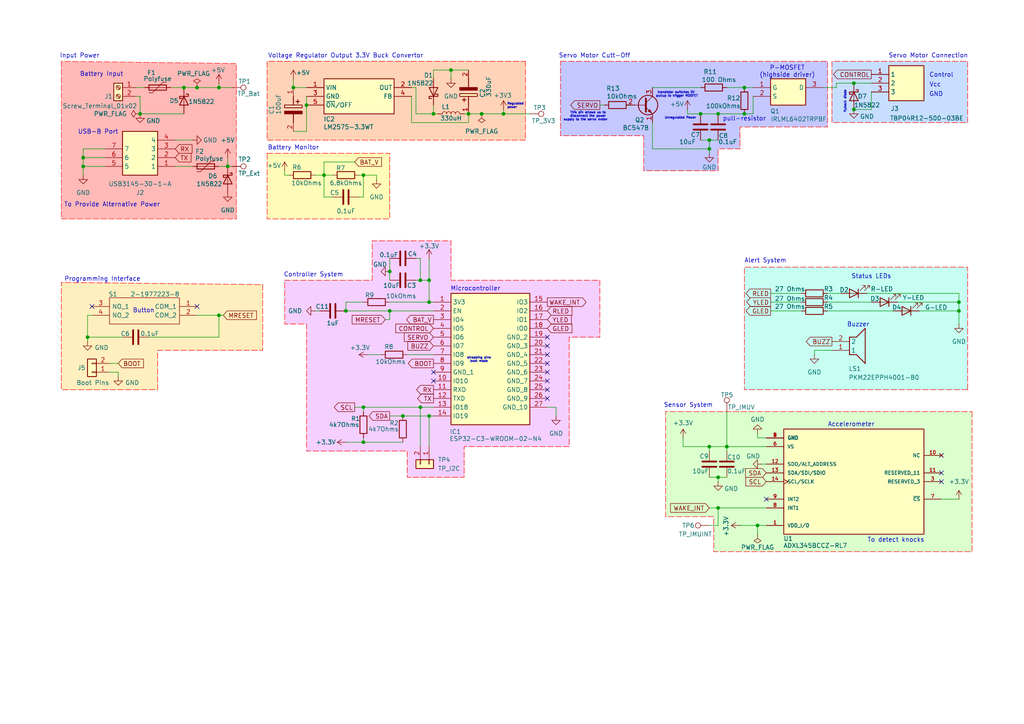
<source format=kicad_sch>
(kicad_sch (version 20250114) (generator "eeschema") (generator_version "9.0")
  (paper "A4")
  (title_block (title "KnockLockSchematic") (date "2025-11-02") (rev "2.1") (company "HSRW") (comment 1 "Group 04"))
  (text "Voltage Regulator Output 3.3V Buck Convertor\n" (at 77.724 16.256 0) (effects (font (size 1.27 1.27)) (justify left)))
  (text "Vcc\n" (at 271.272 24.638 0) (effects (font (size 1.27 1.27))))
  (text "Battery Input" (at 29.464 21.59 0) (effects (font (size 1.27 1.27))))
  (text "P-MOSFET\n(highside driver)\n" (at 228.346 20.828 0) (effects (font (size 1.27 1.27))))
  (text "Controller System\n\n" (at 90.932 80.772 0) (effects (font (size 1.27 1.27))))
  (text "To detect knocks" (at 259.842 156.718 0) (effects (font (size 1.27 1.27))))
  (text "Control\n" (at 273.05 21.844 0) (effects (font (size 1.27 1.27))))
  (text "Button" (at 41.656 90.17 0) (effects (font (size 1.27 1.27))))
  (text "Programming Interface" (at 29.718 81.026 0) (effects (font (size 1.27 1.27))))
  (text "flyback diode" (at 245.11 29.464 90) (effects (font (size 0.635 0.635))))
  (text "strapping pins\nboot mode" (at 138.938 104.394 0) (effects (font (size 0.635 0.635))))
  (text "Unregulated Power" (at 197.358 34.29 0) (effects (font (size 0.635 0.635))))
  (text "Servo Motor Cutt-Off\n" (at 172.466 16.256 0) (effects (font (size 1.27 1.27))))
  (text "Regulated \npower" (at 147.066 30.734 0) (effects (font (size 0.635 0.635)) (justify left)))
  (text "Sensor System" (at 199.644 117.602 0) (effects (font (size 1.27 1.27))))
  (text "GND\n" (at 271.526 27.432 0) (effects (font (size 1.27 1.27))))
  (text "Buzzer\n" (at 248.92 94.234 0) (effects (font (size 1.27 1.27))))
  (text "transistor switches 5V \npullup to trigger MOSFET" (at 196.342 27.432 0) (effects (font (size 0.635 0.635))))
  (text "Alert System" (at 221.996 75.692 0) (effects (font (size 1.27 1.27))))
  (text "Servo Motor Connection\n" (at 269.24 16.256 0) (effects (font (size 1.27 1.27))))
  (text "This pin allows us to \ndisconnect the power \nsupply to the servo motor" (at 176.276 33.782 0) (effects (font (size 0.635 0.635)) (justify right)))
  (text "Input Power" (at 23.114 16.256 0) (effects (font (size 1.27 1.27))))
  (text "Microcontroller" (at 137.922 83.82 0) (effects (font (size 1.27 1.27))))
  (text "Accelerometer" (at 246.888 123.19 0) (effects (font (size 1.27 1.27))))
  (text "Battery Monitor" (at 85.09 42.926 0) (effects (font (size 1.27 1.27))))
  (text "Status LEDs" (at 252.73 80.264 0) (effects (font (size 1.27 1.27))))
  (text "To Provide Alternative Power" (at 32.512 59.436 0) (effects (font (size 1.27 1.27))))
  (text "USB-B Port" (at 28.448 38.354 0) (effects (font (size 1.27 1.27))))
  (text "pull-resistor" (at 215.9 34.544 0) (effects (font (size 1.27 1.27))))
  (junction (at 116.84 120.65))
  (junction (at 278.13 87.63))
  (junction (at 57.15 25.4))
  (junction (at 40.64 33.02))
  (junction (at 139.7 33.02))
  (junction (at 121.92 81.28))
  (junction (at 24.13 48.26))
  (junction (at 208.28 33.02))
  (junction (at 105.41 128.27))
  (junction (at 219.71 152.4))
  (junction (at 88.9 30.48))
  (junction (at 124.46 81.28))
  (junction (at 85.09 25.4))
  (junction (at 247.65 31.75))
  (junction (at 66.04 48.26))
  (junction (at 208.28 138.43))
  (junction (at 105.41 50.8))
  (junction (at 63.5 91.44))
  (junction (at 278.13 90.17))
  (junction (at 105.41 118.11))
  (junction (at 24.13 45.72))
  (junction (at 25.4 97.79))
  (junction (at 146.05 33.02))
  (junction (at 93.98 50.8))
  (junction (at 63.5 25.4))
  (junction (at 130.81 20.32))
  (junction (at 100.33 90.17))
  (junction (at 203.2 33.02))
  (junction (at 113.03 78.74))
  (junction (at 113.03 90.17))
  (junction (at 121.92 118.11))
  (junction (at 124.46 87.63))
  (junction (at 135.89 33.02))
  (junction (at 208.28 147.32))
  (junction (at 215.9 25.4))
  (junction (at 205.74 43.18))
  (junction (at 205.74 129.54))
  (junction (at 125.73 33.02))
  (junction (at 210.82 129.54))
  (junction (at 247.65 24.13))
  (junction (at 205.74 40.64))
  (junction (at 124.46 120.65))
  (junction (at 53.34 25.4))
  (junction (at 215.9 33.02))
  (no_connect (at 158.75 97.79))
  (no_connect (at 158.75 110.49))
  (no_connect (at 26.67 88.9))
  (no_connect (at 273.05 137.16))
  (no_connect (at 158.75 113.03))
  (no_connect (at 125.73 107.95))
  (no_connect (at 158.75 102.87))
  (no_connect (at 125.73 110.49))
  (no_connect (at 273.05 132.08))
  (no_connect (at 158.75 105.41))
  (no_connect (at 158.75 100.33))
  (no_connect (at 158.75 107.95))
  (no_connect (at 57.15 88.9))
  (no_connect (at 222.25 144.78))
  (no_connect (at 273.05 139.7))
  (no_connect (at 158.75 115.57))
  (wire (pts (xy 25.4 97.79) (xy 35.56 97.79)))
  (wire (pts (xy 199.39 31.75) (xy 199.39 33.02)))
  (wire (pts (xy 63.5 25.4) (xy 63.5 24.13)))
  (wire (pts (xy 208.28 138.43) (xy 208.28 139.7)))
  (wire (pts (xy 240.03 85.09) (xy 243.84 85.09)))
  (wire (pts (xy 189.23 35.56) (xy 189.23 43.18)))
  (wire (pts (xy 113.03 90.17) (xy 125.73 90.17)))
  (wire (pts (xy 121.92 81.28) (xy 124.46 81.28)))
  (wire (pts (xy 215.9 25.4) (xy 218.44 25.4)))
  (wire (pts (xy 139.7 33.02) (xy 146.05 33.02)))
  (wire (pts (xy 121.92 118.11) (xy 125.73 118.11)))
  (wire (pts (xy 205.74 44.45) (xy 205.74 43.18)))
  (wire (pts (xy 85.09 38.1) (xy 88.9 38.1)))
  (wire (pts (xy 57.15 25.4) (xy 63.5 25.4)))
  (wire (pts (xy 181.61 30.48) (xy 182.88 30.48)))
  (wire (pts (xy 104.14 57.15) (xy 105.41 57.15)))
  (wire (pts (xy 208.28 138.43) (xy 210.82 138.43)))
  (wire (pts (xy 125.73 20.32) (xy 130.81 20.32)))
  (wire (pts (xy 26.67 91.44) (xy 25.4 91.44)))
  (wire (pts (xy 100.33 87.63) (xy 100.33 90.17)))
  (wire (pts (xy 40.64 33.02) (xy 53.34 33.02)))
  (wire (pts (xy 102.87 118.11) (xy 105.41 118.11)))
  (wire (pts (xy 24.13 43.18) (xy 30.48 43.18)))
  (wire (pts (xy 120.65 25.4) (xy 120.65 33.02)))
  (wire (pts (xy 105.41 127) (xy 105.41 128.27)))
  (wire (pts (xy 40.64 27.94) (xy 40.64 33.02)))
  (wire (pts (xy 242.57 24.13) (xy 247.65 24.13)))
  (wire (pts (xy 113.03 120.65) (xy 116.84 120.65)))
  (wire (pts (xy 252.73 31.75) (xy 247.65 31.75)))
  (wire (pts (xy 173.99 30.48) (xy 175.26 30.48)))
  (wire (pts (xy 82.55 49.53) (xy 82.55 50.8)))
  (wire (pts (xy 242.57 24.13) (xy 242.57 25.4)))
  (wire (pts (xy 24.13 45.72) (xy 24.13 48.26)))
  (wire (pts (xy 215.9 33.02) (xy 218.44 33.02)))
  (wire (pts (xy 25.4 97.79) (xy 25.4 99.06)))
  (wire (pts (xy 135.89 33.02) (xy 135.89 35.56)))
  (wire (pts (xy 198.12 127) (xy 198.12 129.54)))
  (wire (pts (xy 273.05 144.78) (xy 278.13 144.78)))
  (wire (pts (xy 205.74 147.32) (xy 208.28 147.32)))
  (wire (pts (xy 43.18 97.79) (xy 63.5 97.79)))
  (wire (pts (xy 64.77 91.44) (xy 63.5 91.44)))
  (wire (pts (xy 100.33 90.17) (xy 113.03 90.17)))
  (wire (pts (xy 119.38 35.56) (xy 135.89 35.56)))
  (wire (pts (xy 205.74 152.4) (xy 208.28 152.4)))
  (wire (pts (xy 203.2 33.02) (xy 208.28 33.02)))
  (wire (pts (xy 105.41 119.38) (xy 105.41 118.11)))
  (wire (pts (xy 24.13 45.72) (xy 30.48 45.72)))
  (wire (pts (xy 113.03 74.93) (xy 113.03 78.74)))
  (wire (pts (xy 189.23 43.18) (xy 205.74 43.18)))
  (wire (pts (xy 266.7 90.17) (xy 278.13 90.17)))
  (wire (pts (xy 67.31 48.26) (xy 66.04 48.26)))
  (wire (pts (xy 205.74 129.54) (xy 210.82 129.54)))
  (wire (pts (xy 208.28 147.32) (xy 222.25 147.32)))
  (wire (pts (xy 219.71 125.73) (xy 219.71 127)))
  (wire (pts (xy 161.29 118.11) (xy 161.29 120.65)))
  (wire (pts (xy 199.39 33.02) (xy 203.2 33.02)))
  (wire (pts (xy 124.46 81.28) (xy 124.46 87.63)))
  (wire (pts (xy 104.14 50.8) (xy 105.41 50.8)))
  (wire (pts (xy 53.34 25.4) (xy 57.15 25.4)))
  (wire (pts (xy 130.81 20.32) (xy 130.81 22.86)))
  (wire (pts (xy 39.37 25.4) (xy 41.91 25.4)))
  (wire (pts (xy 135.89 33.02) (xy 139.7 33.02)))
  (wire (pts (xy 100.33 128.27) (xy 105.41 128.27)))
  (wire (pts (xy 125.73 30.48) (xy 125.73 33.02)))
  (wire (pts (xy 251.46 85.09) (xy 278.13 85.09)))
  (wire (pts (xy 31.75 107.95) (xy 34.29 107.95)))
  (wire (pts (xy 102.87 46.99) (xy 93.98 46.99)))
  (wire (pts (xy 63.5 91.44) (xy 63.5 97.79)))
  (wire (pts (xy 210.82 130.81) (xy 210.82 129.54)))
  (wire (pts (xy 125.73 20.32) (xy 125.73 22.86)))
  (wire (pts (xy 219.71 152.4) (xy 222.25 152.4)))
  (wire (pts (xy 205.74 130.81) (xy 205.74 129.54)))
  (wire (pts (xy 91.44 50.8) (xy 93.98 50.8)))
  (wire (pts (xy 118.11 102.87) (xy 125.73 102.87)))
  (wire (pts (xy 124.46 120.65) (xy 124.46 129.54)))
  (wire (pts (xy 119.38 27.94) (xy 119.38 35.56)))
  (wire (pts (xy 24.13 48.26) (xy 30.48 48.26)))
  (wire (pts (xy 113.03 87.63) (xy 124.46 87.63)))
  (wire (pts (xy 210.82 119.38) (xy 210.82 129.54)))
  (wire (pts (xy 120.65 33.02) (xy 125.73 33.02)))
  (wire (pts (xy 67.31 25.4) (xy 63.5 25.4)))
  (wire (pts (xy 222.25 127) (xy 219.71 127)))
  (wire (pts (xy 223.52 90.17) (xy 232.41 90.17)))
  (wire (pts (xy 105.41 118.11) (xy 121.92 118.11)))
  (wire (pts (xy 130.81 20.32) (xy 135.89 20.32)))
  (wire (pts (xy 278.13 93.98) (xy 278.13 90.17)))
  (wire (pts (xy 121.92 81.28) (xy 121.92 74.93)))
  (wire (pts (xy 34.29 107.95) (xy 34.29 109.22)))
  (wire (pts (xy 124.46 74.93) (xy 124.46 81.28)))
  (wire (pts (xy 63.5 91.44) (xy 57.15 91.44)))
  (wire (pts (xy 146.05 31.75) (xy 146.05 33.02)))
  (wire (pts (xy 63.5 48.26) (xy 66.04 48.26)))
  (wire (pts (xy 24.13 48.26) (xy 24.13 50.8)))
  (wire (pts (xy 88.9 38.1) (xy 88.9 30.48)))
  (wire (pts (xy 85.09 22.86) (xy 85.09 25.4)))
  (wire (pts (xy 214.63 152.4) (xy 219.71 152.4)))
  (wire (pts (xy 120.65 81.28) (xy 121.92 81.28)))
  (wire (pts (xy 124.46 87.63) (xy 125.73 87.63)))
  (wire (pts (xy 105.41 128.27) (xy 116.84 128.27)))
  (wire (pts (xy 127 33.02) (xy 125.73 33.02)))
  (wire (pts (xy 34.29 105.41) (xy 31.75 105.41)))
  (wire (pts (xy 124.46 120.65) (xy 125.73 120.65)))
  (wire (pts (xy 198.12 129.54) (xy 205.74 129.54)))
  (wire (pts (xy 93.98 46.99) (xy 93.98 50.8)))
  (wire (pts (xy 93.98 57.15) (xy 93.98 50.8)))
  (wire (pts (xy 210.82 25.4) (xy 215.9 25.4)))
  (wire (pts (xy 88.9 27.94) (xy 88.9 30.48)))
  (wire (pts (xy 93.98 50.8) (xy 96.52 50.8)))
  (wire (pts (xy 109.22 50.8) (xy 109.22 52.07)))
  (wire (pts (xy 260.35 87.63) (xy 278.13 87.63)))
  (wire (pts (xy 50.8 40.64) (xy 55.88 40.64)))
  (wire (pts (xy 91.44 90.17) (xy 92.71 90.17)))
  (wire (pts (xy 24.13 43.18) (xy 24.13 45.72)))
  (wire (pts (xy 189.23 25.4) (xy 203.2 25.4)))
  (wire (pts (xy 218.44 33.02) (xy 218.44 27.94)))
  (wire (pts (xy 208.28 33.02) (xy 215.9 33.02)))
  (wire (pts (xy 223.52 85.09) (xy 232.41 85.09)))
  (wire (pts (xy 96.52 57.15) (xy 93.98 57.15)))
  (wire (pts (xy 153.67 33.02) (xy 146.05 33.02)))
  (wire (pts (xy 205.74 40.64) (xy 208.28 40.64)))
  (wire (pts (xy 278.13 87.63) (xy 278.13 90.17)))
  (wire (pts (xy 25.4 91.44) (xy 25.4 97.79)))
  (wire (pts (xy 100.33 87.63) (xy 105.41 87.63)))
  (wire (pts (xy 105.41 50.8) (xy 109.22 50.8)))
  (wire (pts (xy 241.3 101.6) (xy 236.22 101.6)))
  (wire (pts (xy 113.03 81.28) (xy 113.03 78.74)))
  (wire (pts (xy 242.57 25.4) (xy 238.76 25.4)))
  (wire (pts (xy 106.68 102.87) (xy 110.49 102.87)))
  (wire (pts (xy 105.41 57.15) (xy 105.41 50.8)))
  (wire (pts (xy 158.75 118.11) (xy 161.29 118.11)))
  (wire (pts (xy 121.92 118.11) (xy 121.92 129.54)))
  (wire (pts (xy 205.74 43.18) (xy 205.74 40.64)))
  (wire (pts (xy 135.89 33.02) (xy 134.62 33.02)))
  (wire (pts (xy 220.98 134.62) (xy 222.25 134.62)))
  (wire (pts (xy 66.04 45.72) (xy 66.04 48.26)))
  (wire (pts (xy 252.73 26.67) (xy 252.73 31.75)))
  (wire (pts (xy 49.53 25.4) (xy 53.34 25.4)))
  (wire (pts (xy 40.64 27.94) (xy 39.37 27.94)))
  (wire (pts (xy 208.28 152.4) (xy 208.28 147.32)))
  (wire (pts (xy 240.03 87.63) (xy 252.73 87.63)))
  (wire (pts (xy 236.22 101.6) (xy 236.22 102.87)))
  (wire (pts (xy 210.82 129.54) (xy 222.25 129.54)))
  (wire (pts (xy 85.09 25.4) (xy 88.9 25.4)))
  (wire (pts (xy 113.03 92.71) (xy 113.03 90.17)))
  (wire (pts (xy 119.38 25.4) (xy 120.65 25.4)))
  (wire (pts (xy 111.76 92.71) (xy 113.03 92.71)))
  (wire (pts (xy 223.52 87.63) (xy 232.41 87.63)))
  (wire (pts (xy 219.71 152.4) (xy 219.71 154.94)))
  (wire (pts (xy 208.28 138.43) (xy 205.74 138.43)))
  (wire (pts (xy 247.65 24.13) (xy 252.73 24.13)))
  (wire (pts (xy 82.55 50.8) (xy 83.82 50.8)))
  (wire (pts (xy 203.2 40.64) (xy 205.74 40.64)))
  (wire (pts (xy 278.13 85.09) (xy 278.13 87.63)))
  (wire (pts (xy 50.8 48.26) (xy 55.88 48.26)))
  (wire (pts (xy 120.65 74.93) (xy 121.92 74.93)))
  (wire (pts (xy 240.03 90.17) (xy 259.08 90.17)))
  (wire (pts (xy 116.84 120.65) (xy 124.46 120.65)))
  (global_label "RLED" (shape input) (at 158.75 90.17 0) (property "Intersheetrefs" "${INTERSHEET_REFS}" (effects (hide yes))))
  (global_label "SERVO" (shape output) (at 173.99 30.48 180) (property "Intersheetrefs" "${INTERSHEET_REFS}" (effects (hide yes))))
  (global_label "BAT_V" (shape output) (at 125.73 92.71 180) (property "Intersheetrefs" "${INTERSHEET_REFS}" (effects (hide yes))))
  (global_label "SCL" (shape input) (at 222.25 139.7 180) (property "Intersheetrefs" "${INTERSHEET_REFS}" (effects (hide yes))))
  (global_label "WAKE_INT" (shape input) (at 205.74 147.32 180) (property "Intersheetrefs" "${INTERSHEET_REFS}" (effects (hide yes))))
  (global_label "RX" (shape output) (at 125.73 113.03 180) (property "Intersheetrefs" "${INTERSHEET_REFS}" (effects (hide yes))))
  (global_label "SERVO" (shape input) (at 125.73 97.79 180) (property "Intersheetrefs" "${INTERSHEET_REFS}" (effects (hide yes))))
  (global_label "CONTROL" (shape input) (at 125.73 95.25 180) (property "Intersheetrefs" "${INTERSHEET_REFS}" (effects (hide yes))))
  (global_label "MRESET" (shape input) (at 111.76 92.71 180) (property "Intersheetrefs" "${INTERSHEET_REFS}" (effects (hide yes))))
  (global_label "YLED" (shape input) (at 158.75 92.71 0) (property "Intersheetrefs" "${INTERSHEET_REFS}" (effects (hide yes))))
  (global_label "RLED" (shape output) (at 223.52 85.09 180) (property "Intersheetrefs" "${INTERSHEET_REFS}" (effects (hide yes))))
  (global_label "TX" (shape input) (at 50.8 45.72 0) (property "Intersheetrefs" "${INTERSHEET_REFS}" (effects (hide yes))))
  (global_label "BOOT" (shape output) (at 125.73 105.41 180) (property "Intersheetrefs" "${INTERSHEET_REFS}" (effects (hide yes))))
  (global_label "SDA" (shape output) (at 113.03 120.65 180) (property "Intersheetrefs" "${INTERSHEET_REFS}" (effects (hide yes))))
  (global_label "TX" (shape output) (at 125.73 115.57 180) (property "Intersheetrefs" "${INTERSHEET_REFS}" (effects (hide yes))))
  (global_label "YLED" (shape output) (at 223.52 87.63 180) (property "Intersheetrefs" "${INTERSHEET_REFS}" (effects (hide yes))))
  (global_label "WAKE_INT" (shape output) (at 158.75 87.63 0) (property "Intersheetrefs" "${INTERSHEET_REFS}" (effects (hide yes))))
  (global_label "BOOT" (shape input) (at 34.29 105.41 0) (property "Intersheetrefs" "${INTERSHEET_REFS}" (effects (hide yes))))
  (global_label "SDA" (shape input) (at 222.25 137.16 180) (property "Intersheetrefs" "${INTERSHEET_REFS}" (effects (hide yes))))
  (global_label "GLED" (shape input) (at 158.75 95.25 0) (property "Intersheetrefs" "${INTERSHEET_REFS}" (effects (hide yes))))
  (global_label "MRESET" (shape input) (at 64.77 91.44 0) (property "Intersheetrefs" "${INTERSHEET_REFS}" (effects (hide yes))))
  (global_label "BUZZ" (shape output) (at 241.3 99.06 180) (property "Intersheetrefs" "${INTERSHEET_REFS}" (effects (hide yes))))
  (global_label "BUZZ" (shape input) (at 125.73 100.33 180) (property "Intersheetrefs" "${INTERSHEET_REFS}" (effects (hide yes))))
  (global_label "GLED" (shape output) (at 223.52 90.17 180) (property "Intersheetrefs" "${INTERSHEET_REFS}" (effects (hide yes))))
  (global_label "RX" (shape input) (at 50.8 43.18 0) (property "Intersheetrefs" "${INTERSHEET_REFS}" (effects (hide yes))))
  (global_label "BAT_V" (shape input) (at 102.87 46.99 0) (property "Intersheetrefs" "${INTERSHEET_REFS}" (effects (hide yes))))
  (global_label "SCL" (shape output) (at 102.87 118.11 180) (property "Intersheetrefs" "${INTERSHEET_REFS}" (effects (hide yes))))
  (global_label "CONTROL" (shape output) (at 252.73 21.59 180) (property "Intersheetrefs" "${INTERSHEET_REFS}" (effects (hide yes))))
  (rule_area (polyline (pts (xy 17.78 17.78) (xy 17.78 63.5) (xy 68.58 63.5) (xy 68.58 18.415)) (stroke (width 0) (type dash) (color 255 29 29 1)) (fill (type color) (color 255 23 12 0.3))))
  (rule_area (polyline (pts (xy 241.3 17.78) (xy 241.3 35.56) (xy 280.67 35.56) (xy 280.67 17.78)) (stroke (width 0) (type dash)) (fill (type color) (color 74 147 255 0.3019607843))))
  (rule_area (polyline (pts (xy 162.56 17.78) (xy 240.03 17.78) (xy 240.03 36.83) (xy 214.63 36.83) (xy 214.63 43.18) (xy 208.28 43.18) (xy 208.28 49.53) (xy 186.69 49.53) (xy 186.69 39.37) (xy 162.56 39.37)) (stroke (width 0) (type dash)) (fill (type color) (color 60 67 255 0.3))))
  (rule_area (polyline (pts (xy 281.94 119.38) (xy 281.94 160.02) (xy 207.01 160.02) (xy 207.01 149.86) (xy 193.04 149.86) (xy 193.04 119.38)) (stroke (width 0) (type dash)) (fill (type color) (color 138 255 90 0.3))))
  (rule_area (polyline (pts (xy 82.55 81.28) (xy 107.95 81.28) (xy 107.95 69.85) (xy 130.81 69.85) (xy 130.81 81.28) (xy 173.99 81.28) (xy 173.99 97.79) (xy 165.1 97.79) (xy 165.1 129.54) (xy 134.62 129.54) (xy 134.62 138.43) (xy 118.11 138.43) (xy 118.11 130.81) (xy 88.9 130.81) (xy 88.9 129.54) (xy 88.9 93.98) (xy 82.55 93.98)) (stroke (width 0) (type dash)) (fill (type color) (color 217 94 255 0.3))))
  (rule_area (polyline (pts (xy 77.47 44.45) (xy 113.03 44.45) (xy 113.03 63.5) (xy 77.47 63.5)) (stroke (width 0) (type dash)) (fill (type color) (color 255 240 18 0.3))))
  (rule_area (polyline (pts (xy 76.2 82.55) (xy 76.2 101.6) (xy 45.72 101.6) (xy 45.72 113.03) (xy 17.78 113.03) (xy 17.78 113.03) (xy 17.78 81.915)) (stroke (width 0) (type dash)) (fill (type color) (color 255 196 39 0.3))))
  (rule_area (polyline (pts (xy 280.67 113.03) (xy 215.9 113.03) (xy 215.9 77.47) (xy 280.67 77.47)) (stroke (width 0) (type dash)) (fill (type color) (color 66 255 212 0.3))))
  (rule_area (polyline (pts (xy 152.4 17.78) (xy 152.4 40.64) (xy 77.47 40.64) (xy 77.47 17.78)) (stroke (width 0) (type dash)) (fill (type color) (color 255 109 17 0.3))))
  (symbol (lib_id "power:GND") (at 278.13 93.98 0) (unit 1)
    (property "Reference" "#PWR024" (effects (hide yes)))
    (property "Value" "GND" (at 278.13 99.06 0))
    (property "Description" "Power symbol creates a global label with name \"GND\" , ground" (effects (hide yes)))
  )
  (symbol (lib_id "SamacSys_Parts:EEU-FC1C101H") (at 85.09 25.4 270) (unit 1)
    (property "Reference" "C1" (at 78.74 30.48 0) (effects (justify left)))
    (property "Value" "100uF" (at 80.772 27.178 0) (effects (justify left)))
    (property "Footprint" "SamacSys_Parts:CAPPRD250W55D630H1220" (effects (hide yes)))
    (property "Datasheet" "http://industrial.panasonic.com/cdbs/www-data/pdf/RDF0000/ABA0000C1209.pdf" (effects (hide yes)))
    (property "Description" "Aluminium Electrolytic Capacitor, Radial Lead, AEC-Q200, 105?C" (effects (hide yes)))
    (property "Height" "12.2" (effects (hide yes)))
    (property "Mouser Part Number" "667-EEU-FC1C101H" (effects (hide yes)))
    (property "Mouser Price/Stock" "https://www.mouser.co.uk/ProductDetail/Panasonic/EEU-FC1C101H?qs=%2FC1U95aQ15szP%252BXx0reJVg%3D%3D" (effects (hide yes)))
    (property "Manufacturer_Name" "Panasonic" (effects (hide yes)))
    (property "Manufacturer_Part_Number" "EEU-FC1C101H" (effects (hide yes)))
  )
  (symbol (lib_id "Device:C") (at 210.82 134.62 180) (unit 1)
    (property "Reference" "C10" (at 212.852 132.588 0))
    (property "Value" "0.1uF" (at 213.614 136.652 0))
    (property "Footprint" "Capacitor_THT:C_Rect_L4.0mm_W2.5mm_P2.50mm" (effects (hide yes)))
    (property "Description" "Unpolarized capacitor" (effects (hide yes)))
  )
  (symbol (lib_id "power:+3.3V") (at 198.12 127 0) (unit 1)
    (property "Reference" "#PWR026" (effects (hide yes)))
    (property "Value" "+3.3V" (at 198.12 122.682 0))
    (property "Description" "Power symbol creates a global label with name \"+3.3V\"" (effects (hide yes)))
  )
  (symbol (lib_id "power:GND") (at 91.44 90.17 270) (unit 1)
    (property "Reference" "#PWR08" (effects (hide yes)))
    (property "Value" "GND" (at 87.63 90.1699 90) (effects (justify right)))
    (property "Description" "Power symbol creates a global label with name \"GND\" , ground" (effects (hide yes)))
  )
  (symbol (lib_id "Transistor_BJT:2N3904") (at 186.69 30.48 0) (unit 1)
    (property "Reference" "Q2" (at 184.15 34.798 0) (effects (justify left)))
    (property "Value" "BC547B" (at 180.594 37.084 0) (effects (justify left)))
    (property "Footprint" "Package_TO_SOT_THT:TO-92_HandSolder" (effects (hide yes)))
    (property "Datasheet" "https://www.onsemi.com/pub/Collateral/2N3903-D.PDF" (effects (hide yes)))
    (property "Description" "0.2A Ic, 40V Vce, Small Signal NPN Transistor, TO-92" (effects (hide yes)))
  )
  (symbol (lib_id "Device:R") (at 236.22 90.17 90) (unit 1)
    (property "Reference" "R5" (at 240.284 88.9 90))
    (property "Value" "27 Ohms" (at 229.108 88.9 90))
    (property "Footprint" "SamacSys_Parts:RESAD1590W60L630D240" (effects (hide yes)))
    (property "Description" "Resistor" (effects (hide yes)))
  )
  (symbol (lib_id "SamacSys_Parts:TBP04R12-500-03BE") (at 252.73 21.59 0) (unit 1)
    (property "Reference" "J3" (at 258.318 31.496 0) (effects (justify left)))
    (property "Value" "TBP04R12-500-03BE" (at 258.064 34.29 0) (effects (justify left)))
    (property "Footprint" "SamacSys_Parts:TBP04R1250003BE" (effects (hide yes)))
    (property "Datasheet" "https://www.sameskydevices.com/product/resource/tbp04r12-500.pdf" (effects (hide yes)))
    (property "Description" "3 Position Terminal Block Header, Male Pins, Shrouded (4 Side) 0.197\" (5.00mm) 90, Right Angle Through Hole" (effects (hide yes)))
    (property "Height" "8.8" (effects (hide yes)))
    (property "Mouser Part Number" "179-TBP04R12-50003BE" (effects (hide yes)))
    (property "Mouser Price/Stock" "https://www.mouser.co.uk/ProductDetail/CUI-Devices/TBP04R12-500-03BE?qs=TCDPyi3sCW0NaxY6tKwPhA%3D%3D" (effects (hide yes)))
    (property "Manufacturer_Name" "Same Sky" (effects (hide yes)))
    (property "Manufacturer_Part_Number" "TBP04R12-500-03BE" (effects (hide yes)))
  )
  (symbol (lib_id "power:GND") (at 25.4 99.06 0) (unit 1)
    (property "Reference" "#PWR032" (effects (hide yes)))
    (property "Value" "GND" (at 29.464 100.838 0))
    (property "Description" "Power symbol creates a global label with name \"GND\" , ground" (effects (hide yes)))
  )
  (symbol (lib_id "Device:Polyfuse") (at 45.72 25.4 90) (unit 1)
    (property "Reference" "F1" (at 43.942 21.082 90))
    (property "Value" "Polyfuse" (at 45.72 22.86 90))
    (property "Footprint" "Fuse:Fuse_BelFuse_0ZRE0012FF_L8.3mm_W3.8mm" (effects (hide yes)))
    (property "Description" "Resettable fuse, polymeric positive temperature coefficient" (effects (hide yes)))
  )
  (symbol (lib_id "Connector_Generic:Conn_01x02") (at 124.46 134.62 270) (unit 1)
    (property "Reference" "TP4" (at 127 133.3499 90) (effects (justify left)))
    (property "Value" "TP_I2C" (at 127 135.8899 90) (effects (justify left)))
    (property "Footprint" "Connector_PinHeader_2.54mm:PinHeader_1x02_P2.54mm_Vertical" (effects (hide yes)))
    (property "Description" "Generic connector, single row, 01x02, script generated (kicad-library-utils/schlib/autogen/connector/)" (effects (hide yes)))
  )
  (symbol (lib_id "power:GND") (at 109.22 52.07 0) (unit 1)
    (property "Reference" "#PWR07" (effects (hide yes)))
    (property "Value" "GND" (at 109.22 57.15 0))
    (property "Description" "Power symbol creates a global label with name \"GND\" , ground" (effects (hide yes)))
  )
  (symbol (lib_id "power:GND") (at 219.71 125.73 180) (unit 1)
    (property "Reference" "#PWR025" (effects (hide yes)))
    (property "Value" "GND" (at 219.71 121.666 0))
    (property "Description" "Power symbol creates a global label with name \"GND\" , ground" (effects (hide yes)))
  )
  (symbol (lib_id "power:GND") (at 24.13 50.8 0) (unit 1)
    (property "Reference" "#PWR09" (effects (hide yes)))
    (property "Value" "GND" (at 24.13 55.88 0))
    (property "Description" "Power symbol creates a global label with name \"GND\" , ground" (effects (hide yes)))
  )
  (symbol (lib_id "SamacSys_Parts:USB3145-30-1-A") (at 50.8 48.26 180) (unit 1)
    (property "Reference" "J2" (at 40.64 55.88 0))
    (property "Value" "USB3145-30-1-A" (at 40.64 53.34 0))
    (property "Footprint" "SamacSys_Parts:USB3145301A" (effects (hide yes)))
    (property "Datasheet" "https://gct.co/connector/usb3145" (effects (hide yes)))
    (property "Description" "GCT (GLOBAL CONNECTOR TECHNOLOGY) - USB3145-30-1-A - MICRO USB, 2.0 TYPE B, RECEPTACLE, TH" (effects (hide yes)))
    (property "Mouser Part Number" "640-USB3145-30-1-A" (effects (hide yes)))
    (property "Mouser Price/Stock" "https://www.mouser.co.uk/ProductDetail/GCT/USB3145-30-1-A?qs=KUoIvG%2F9IlYD1lvSRu5iyg%3D%3D" (effects (hide yes)))
    (property "Manufacturer_Name" "GCT (GLOBAL CONNECTOR TECHNOLOGY)" (effects (hide yes)))
    (property "Manufacturer_Part_Number" "USB3145-30-1-A" (effects (hide yes)))
  )
  (symbol (lib_id "SamacSys_Parts:PKM22EPPH4001-B0") (at 241.3 99.06 0) (unit 1)
    (property "Reference" "LS1" (at 246.126 106.934 0) (effects (justify left)))
    (property "Value" "PKM22EPPH4001-B0" (at 246.126 109.474 0) (effects (justify left)))
    (property "Footprint" "SamacSys_Parts:PKM22EPPH4001B0" (effects (hide yes)))
    (property "Datasheet" "https://www.murata.com/products/productdata/8801054064670/SPEC-PKM22EPPH4001-B0.pdf?1517839211000" (effects (hide yes)))
    (property "Description" "Buzzers Transducer, Externally Driven Piezo 1.5 V 4kHz 75dB @ 1.5V, 10cm Through Hole PC Pins" (effects (hide yes)))
    (property "Height" "10.7" (effects (hide yes)))
    (property "Mouser Part Number" "81-PKM22EPPH4001-B0" (effects (hide yes)))
    (property "Mouser Price/Stock" "https://www.mouser.co.uk/ProductDetail/Murata-Electronics/PKM22EPPH4001-B0?qs=flZjIlU0hx2Fke4m2iZ9MA%3D%3D" (effects (hide yes)))
    (property "Manufacturer_Name" "Murata Electronics" (effects (hide yes)))
    (property "Manufacturer_Part_Number" "PKM22EPPH4001-B0" (effects (hide yes)))
  )
  (symbol (lib_id "Connector:TestPoint") (at 205.74 152.4 90) (unit 1)
    (property "Reference" "TP6" (at 199.644 152.4 90))
    (property "Value" "TP_IMUINT" (at 201.676 154.94 90))
    (property "Footprint" "Connector_PinSocket_2.54mm:PinSocket_1x01_P2.54mm_Vertical" (effects (hide yes)))
    (property "Description" "test point" (effects (hide yes)))
  )
  (symbol (lib_id "power:+5V") (at 63.5 24.13 0) (unit 1)
    (property "Reference" "#PWR04" (effects (hide yes)))
    (property "Value" "+5V" (at 63.246 20.32 0))
    (property "Description" "Power symbol creates a global label with name \"+5V\"" (effects (hide yes)))
  )
  (symbol (lib_id "Device:LED") (at 247.65 85.09 180) (unit 1)
    (property "Reference" "D2" (at 244.856 84.074 0))
    (property "Value" "R-LED" (at 255.778 83.82 0))
    (property "Footprint" "LED_THT:LED_D3.0mm" (effects (hide yes)))
    (property "Description" "Light emitting diode" (effects (hide yes)))
    (property "Sim.Pins" "1=K 2=A" (effects (hide yes)))
  )
  (symbol (lib_id "Device:R") (at 207.01 25.4 90) (unit 1)
    (property "Reference" "R11" (at 205.994 20.828 90))
    (property "Value" "100 Ohms" (at 208.534 23.114 90))
    (property "Footprint" "SamacSys_Parts:RESAD1590W60L630D240" (effects (hide yes)))
    (property "Description" "Resistor" (effects (hide yes)))
  )
  (symbol (lib_id "Device:LED") (at 256.54 87.63 180) (unit 1)
    (property "Reference" "D3" (at 253.746 86.614 0))
    (property "Value" "Y-LED" (at 264.922 86.36 0))
    (property "Footprint" "LED_THT:LED_D3.0mm" (effects (hide yes)))
    (property "Description" "Light emitting diode" (effects (hide yes)))
    (property "Sim.Pins" "1=K 2=A" (effects (hide yes)))
  )
  (symbol (lib_id "power:+3.3V") (at 214.63 152.4 90) (unit 1)
    (property "Reference" "#PWR027" (effects (hide yes)))
    (property "Value" "+3.3V" (at 210.566 152.654 0))
    (property "Description" "Power symbol creates a global label with name \"+3.3V\"" (effects (hide yes)))
  )
  (symbol (lib_id "Device:C") (at 205.74 134.62 180) (unit 1)
    (property "Reference" "C9" (at 204.216 132.334 0))
    (property "Value" "10uF" (at 203.2 136.652 0))
    (property "Footprint" "Capacitor_THT:C_Radial_D5.0mm_H11.0mm_P2.00mm" (effects (hide yes)))
    (property "Description" "Unpolarized capacitor" (effects (hide yes)))
  )
  (symbol (lib_id "power:+3.3V") (at 278.13 144.78 0) (unit 1)
    (property "Reference" "#PWR028" (effects (hide yes)))
    (property "Value" "+3.3V" (at 278.13 139.7 0))
    (property "Description" "Power symbol creates a global label with name \"+3.3V\"" (effects (hide yes)))
  )
  (symbol (lib_id "Device:R") (at 87.63 50.8 90) (unit 1)
    (property "Reference" "R6" (at 86.106 48.514 90))
    (property "Value" "10kOhms" (at 88.9 53.086 90))
    (property "Footprint" "SamacSys_Parts:RESAD1590W60L630D240" (effects (hide yes)))
    (property "Description" "Resistor" (effects (hide yes)))
  )
  (symbol (lib_id "Diode:1N5822") (at 247.65 27.94 270) (unit 1)
    (property "Reference" "D7" (at 251.46 27.94 90) (effects (justify right)))
    (property "Value" "1N5822" (at 255.27 30.48 90) (effects (justify right)))
    (property "Footprint" "Diode_THT:D_DO-201AD_P15.24mm_Horizontal" (effects (hide yes)))
    (property "Datasheet" "http://www.vishay.com/docs/88526/1n5820.pdf" (effects (hide yes)))
    (property "Description" "40V 3A Schottky Barrier Rectifier Diode, DO-201AD" (effects (hide yes)))
  )
  (symbol (lib_id "Device:R") (at 105.41 123.19 180) (unit 1)
    (property "Reference" "R1" (at 103.124 121.412 0))
    (property "Value" "4k7Ohms" (at 99.822 123.19 0))
    (property "Footprint" "SamacSys_Parts:RESAD1590W60L630D240" (effects (hide yes)))
    (property "Description" "Resistor" (effects (hide yes)))
  )
  (symbol (lib_id "Device:R") (at 179.07 30.48 90) (unit 1)
    (property "Reference" "R13" (at 177.8 25.654 90))
    (property "Value" "10kOhms" (at 180.34 27.94 90))
    (property "Footprint" "SamacSys_Parts:RESAD1590W60L630D240" (effects (hide yes)))
    (property "Description" "Resistor" (effects (hide yes)))
  )
  (symbol (lib_id "Device:R") (at 100.33 50.8 90) (unit 1)
    (property "Reference" "R7" (at 98.806 48.768 90))
    (property "Value" "6.8kOhms" (at 100.33 53.086 90))
    (property "Footprint" "SamacSys_Parts:RESAD1590W60L630D240" (effects (hide yes)))
    (property "Description" "Resistor" (effects (hide yes)))
  )
  (symbol (lib_id "SamacSys_Parts:IRLML6402TRPBF") (at 218.44 25.4 0) (unit 1)
    (property "Reference" "Q1" (at 224.79 32.258 0))
    (property "Value" "IRLML6402TRPBF" (at 231.648 34.544 0))
    (property "Footprint" "SamacSys_Parts:SOT95P237X112-3N" (effects (hide yes)))
    (property "Datasheet" "http://www.infineon.com/dgdl/irlml6402pbf.pdf?fileId=5546d462533600a401535668d5c2263c" (effects (hide yes)))
    (property "Description" "MOSFET MOSFT P-Ch -3.7A 65mOhm 8nC Log Lvl" (effects (hide yes)))
    (property "Height" "1.12" (effects (hide yes)))
    (property "Mouser Part Number" "942-IRLML6402TRPBF" (effects (hide yes)))
    (property "Mouser Price/Stock" "https://www.mouser.co.uk/ProductDetail/Infineon-Technologies/IRLML6402TRPBF?qs=9%252BKlkBgLFf0HuZuONx2Ewg%3D%3D" (effects (hide yes)))
    (property "Manufacturer_Name" "Infineon" (effects (hide yes)))
    (property "Manufacturer_Part_Number" "IRLML6402TRPBF" (effects (hide yes)))
  )
  (symbol (lib_id "Device:C") (at 116.84 81.28 90) (unit 1)
    (property "Reference" "C3" (at 119.38 82.804 90))
    (property "Value" "10uF" (at 113.538 82.804 90))
    (property "Footprint" "Capacitor_THT:C_Radial_D5.0mm_H11.0mm_P2.00mm" (effects (hide yes)))
    (property "Description" "Unpolarized capacitor" (effects (hide yes)))
  )
  (symbol (lib_id "Device:C") (at 39.37 97.79 90) (unit 1)
    (property "Reference" "C6" (at 36.322 96.774 90))
    (property "Value" "0.1uF" (at 43.434 96.774 90))
    (property "Footprint" "Capacitor_THT:C_Rect_L4.0mm_W2.5mm_P2.50mm" (effects (hide yes)))
    (property "Description" "Unpolarized capacitor" (effects (hide yes)))
  )
  (symbol (lib_id "SamacSys_Parts:LM2575-3.3WT") (at 88.9 25.4 0) (unit 1)
    (property "Reference" "IC2" (at 95.504 34.544 0))
    (property "Value" "LM2575-3.3WT" (at 101.092 36.83 0))
    (property "Footprint" "SamacSys_Parts:LM257533WT" (effects (hide yes)))
    (property "Datasheet" "https://ww1.microchip.com/downloads/en/DeviceDoc/lm2575.pdf" (effects (hide yes)))
    (property "Description" "Switching Voltage Regulators 1A Step-Down SMPS Regulator" (effects (hide yes)))
    (property "Height" "15.113" (effects (hide yes)))
    (property "Mouser Part Number" "998-LM2575-3.3WT" (effects (hide yes)))
    (property "Mouser Price/Stock" "https://www.mouser.co.uk/ProductDetail/Microchip-Technology/LM2575-3.3WT?qs=kh6iOki%2FeLFAZSEMjMNbiQ%3D%3D" (effects (hide yes)))
    (property "Manufacturer_Name" "Microchip" (effects (hide yes)))
    (property "Manufacturer_Part_Number" "LM2575-3.3WT" (effects (hide yes)))
  )
  (symbol (lib_id "power:GND") (at 247.65 31.75 0) (unit 1)
    (property "Reference" "#PWR015" (effects (hide yes)))
    (property "Value" "GND" (at 251.46 33.782 0))
    (property "Description" "Power symbol creates a global label with name \"GND\" , ground" (effects (hide yes)))
  )
  (symbol (lib_id "Connector:TestPoint") (at 153.67 33.02 270) (unit 1)
    (property "Reference" "TP3" (at 154.686 31.242 90) (effects (justify left)))
    (property "Value" "TP_3V3" (at 154.178 35.052 90) (effects (justify left)))
    (property "Footprint" "TestPoint:TestPoint_Pad_D1.5mm" (effects (hide yes)))
    (property "Description" "test point" (effects (hide yes)))
  )
  (symbol (lib_id "2-1977223-8:2-1977223-8") (at 26.67 88.9 0) (unit 1)
    (property "Reference" "S1" (at 32.766 85.344 0))
    (property "Value" "2-1977223-8" (at 44.958 85.344 0))
    (property "Footprint" "2-1977223-8:219772238" (effects (hide yes)))
    (property "Datasheet" "https://www.te.com/en/product-2-1977223-8.html" (effects (hide yes)))
    (property "Description" "Tactile Switches 6MM ACTSMT 160gf TACT SWITCH" (effects (hide yes)))
    (property "Description_1" "Tactile Switches 6MM ACTSMT 160gf TACT SWITCH" (effects (hide yes)))
    (property "Height" "13.35" (effects (hide yes)))
    (property "Mouser Part Number" "506-2-1977223-8" (effects (hide yes)))
    (property "Mouser Price/Stock" "https://www.mouser.co.uk/ProductDetail/TE-Connectivity-PB/2-1977223-8?qs=WwRK9Mn48WC%252B3bZnlicO2g%3D%3D" (effects (hide yes)))
    (property "Manufacturer_Name" "TE Connectivity" (effects (hide yes)))
    (property "Manufacturer_Part_Number" "2-1977223-8" (effects (hide yes)))
  )
  (symbol (lib_id "Connector:TestPoint") (at 67.31 25.4 270) (unit 1)
    (property "Reference" "TP1" (at 69.088 23.622 90) (effects (justify left)))
    (property "Value" "TP_Bat" (at 68.834 27.178 90) (effects (justify left)))
    (property "Footprint" "TestPoint:TestPoint_Pad_D1.5mm" (effects (hide yes)))
    (property "Description" "test point" (effects (hide yes)))
  )
  (symbol (lib_id "power:+3.3V") (at 106.68 102.87 90) (unit 1)
    (property "Reference" "#PWR031" (effects (hide yes)))
    (property "Value" "+3.3V" (at 104.394 100.838 90))
    (property "Description" "Power symbol creates a global label with name \"+3.3V\"" (effects (hide yes)))
  )
  (symbol (lib_id "power:GND") (at 161.29 120.65 0) (unit 1)
    (property "Reference" "#PWR014" (effects (hide yes)))
    (property "Value" "GND" (at 161.29 125.73 0))
    (property "Description" "Power symbol creates a global label with name \"GND\" , ground" (effects (hide yes)))
  )
  (symbol (lib_id "Device:R") (at 215.9 29.21 0) (unit 1)
    (property "Reference" "R12" (at 210.82 28.448 0) (effects (justify left)))
    (property "Value" "100kOhms" (at 204.724 30.734 0) (effects (justify left)))
    (property "Footprint" "SamacSys_Parts:RESAD1590W60L630D240" (effects (hide yes)))
    (property "Description" "Resistor" (effects (hide yes)))
  )
  (symbol (lib_id "power:GND") (at 205.74 44.45 0) (unit 1)
    (property "Reference" "#PWR016" (effects (hide yes)))
    (property "Value" "GND" (at 205.74 48.514 0))
    (property "Description" "Power symbol creates a global label with name \"GND\" , ground" (effects (hide yes)))
  )
  (symbol (lib_id "power:GND") (at 40.64 33.02 0) (unit 1)
    (property "Reference" "#PWR01" (effects (hide yes)))
    (property "Value" "GND" (at 44.45 35.052 0))
    (property "Description" "Power symbol creates a global label with name \"GND\" , ground" (effects (hide yes)))
  )
  (symbol (lib_id "Diode:1N5822") (at 125.73 26.67 90) (unit 1)
    (property "Reference" "D1" (at 122.936 21.844 90) (effects (justify right)))
    (property "Value" "1N5822" (at 118.11 24.13 90) (effects (justify right)))
    (property "Footprint" "Diode_THT:D_DO-201AD_P15.24mm_Horizontal" (effects (hide yes)))
    (property "Datasheet" "http://www.vishay.com/docs/88526/1n5820.pdf" (effects (hide yes)))
    (property "Description" "40V 3A Schottky Barrier Rectifier Diode, DO-201AD" (effects (hide yes)))
  )
  (symbol (lib_id "Device:Polyfuse") (at 59.69 48.26 90) (unit 1)
    (property "Reference" "F2" (at 57.912 43.942 90))
    (property "Value" "Polyfuse" (at 60.706 45.974 90))
    (property "Footprint" "Fuse:Fuse_BelFuse_0ZRE0012FF_L8.3mm_W3.8mm" (effects (hide yes)))
    (property "Description" "Resettable fuse, polymeric positive temperature coefficient" (effects (hide yes)))
  )
  (symbol (lib_id "power:GND") (at 66.04 55.88 0) (unit 1)
    (property "Reference" "#PWR02" (effects (hide yes)))
    (property "Value" "GND" (at 66.04 60.96 0))
    (property "Description" "Power symbol creates a global label with name \"GND\" , ground" (effects (hide yes)))
  )
  (symbol (lib_id "power:PWR_FLAG") (at 40.64 33.02 90) (unit 1)
    (property "Reference" "#FLG05" (effects (hide yes)))
    (property "Value" "PWR_FLAG" (at 36.83 33.0199 90) (effects (justify left)))
    (property "Description" "Special symbol for telling ERC where power comes from" (effects (hide yes)))
  )
  (symbol (lib_id "ADXL345BCCZ-RL7:ADXL345BCCZ-RL7") (at 247.65 139.7 180) (unit 1)
    (property "Reference" "U1" (at 228.6 156.21 0))
    (property "Value" "ADXL345BCCZ-RL7" (at 236.474 158.242 0))
    (property "Footprint" "ADXL345BCCZ-RL7:PQFN80P500X300X100-14N" (effects (hide yes)))
    (property "MF" "Analog Devices" (effects (hide yes)))
    (property "SNAPEDA_PACKAGE_ID" "105924" (effects (hide yes)))
    (property "MAXIMUM_PACKAGE_HEIGHT" "1 mm" (effects (hide yes)))
    (property "Price" "None" (effects (hide yes)))
    (property "Package" "LGA -14 Analog Devices" (effects (hide yes)))
    (property "Check_prices" "https://www.snapeda.com/parts/ADXL345BCCZ-RL7/Analog+Devices/view-part/?ref=eda" (effects (hide yes)))
    (property "STANDARD" "IPC 7351B" (effects (hide yes)))
    (property "PARTREV" "B" (effects (hide yes)))
    (property "SnapEDA_Link" "https://www.snapeda.com/parts/ADXL345BCCZ-RL7/Analog+Devices/view-part/?ref=snap" (effects (hide yes)))
    (property "MP" "ADXL345BCCZ-RL7" (effects (hide yes)))
    (property "Description_1" "3-Axis, ±2 g/±4 g/±8 g/±16 g Digital Accelerometer" (effects (hide yes)))
    (property "MANUFACTURER" "Analog Devices" (effects (hide yes)))
    (property "Availability" "In Stock" (effects (hide yes)))
    (property "SNAPEDA_PN" "ADXL345BCCZ-RL7" (effects (hide yes)))
  )
  (symbol (lib_id "Device:C") (at 208.28 36.83 180) (unit 1)
    (property "Reference" "C8" (at 209.804 39.37 0))
    (property "Value" "0.1uF" (at 211.074 41.148 0))
    (property "Footprint" "Capacitor_THT:C_Rect_L4.0mm_W2.5mm_P2.50mm" (effects (hide yes)))
    (property "Description" "Unpolarized capacitor" (effects (hide yes)))
  )
  (symbol (lib_id "Connector_Generic:Conn_01x02") (at 26.67 107.95 180) (unit 1)
    (property "Reference" "J5" (at 23.622 106.68 0))
    (property "Value" "Boot Pins" (at 26.924 110.998 0))
    (property "Footprint" "Connector_PinHeader_2.54mm:PinHeader_1x02_P2.54mm_Vertical" (effects (hide yes)))
    (property "Description" "Generic connector, single row, 01x02, script generated (kicad-library-utils/schlib/autogen/connector/)" (effects (hide yes)))
  )
  (symbol (lib_id "Device:R") (at 116.84 124.46 180) (unit 1)
    (property "Reference" "R2" (at 114.3 122.682 0))
    (property "Value" "4k7Ohms" (at 111.252 124.46 0))
    (property "Footprint" "SamacSys_Parts:RESAD1590W60L630D240" (effects (hide yes)))
    (property "Description" "Resistor" (effects (hide yes)))
  )
  (symbol (lib_id "Connector:TestPoint") (at 210.82 119.38 0) (unit 1)
    (property "Reference" "TP5" (at 209.042 114.554 0) (effects (justify left)))
    (property "Value" "TP_IMUV" (at 211.074 118.11 0) (effects (justify left)))
    (property "Footprint" "TestPoint:TestPoint_Pad_D1.5mm" (effects (hide yes)))
    (property "Description" "test point" (effects (hide yes)))
  )
  (symbol (lib_id "power:+3V3") (at 146.05 31.75 0) (unit 1)
    (property "Reference" "#PWR021" (effects (hide yes)))
    (property "Value" "+3V3" (at 145.796 27.686 0))
    (property "Description" "Power symbol creates a global label with name \"+3V3\"" (effects (hide yes)))
  )
  (symbol (lib_id "Device:C") (at 116.84 74.93 90) (unit 1)
    (property "Reference" "C4" (at 119.634 73.66 90))
    (property "Value" "0.1uF" (at 112.776 73.914 90))
    (property "Footprint" "Capacitor_THT:C_Rect_L4.0mm_W2.5mm_P2.50mm" (effects (hide yes)))
    (property "Description" "Unpolarized capacitor" (effects (hide yes)))
  )
  (symbol (lib_id "power:+5V") (at 85.09 22.86 0) (unit 1)
    (property "Reference" "#PWR017" (effects (hide yes)))
    (property "Value" "+5V" (at 87.884 21.082 0))
    (property "Description" "Power symbol creates a global label with name \"+5V\"" (effects (hide yes)))
  )
  (symbol (lib_id "Device:C") (at 203.2 36.83 180) (unit 1)
    (property "Reference" "C7" (at 201.676 39.116 0))
    (property "Value" "10uF" (at 199.39 41.148 0))
    (property "Footprint" "Capacitor_THT:C_Radial_D5.0mm_H11.0mm_P2.00mm" (effects (hide yes)))
    (property "Description" "Unpolarized capacitor" (effects (hide yes)))
  )
  (symbol (lib_id "power:PWR_FLAG") (at 219.71 154.94 180) (unit 1)
    (property "Reference" "#FLG01" (effects (hide yes)))
    (property "Value" "PWR_FLAG" (at 219.71 158.75 0))
    (property "Description" "Special symbol for telling ERC where power comes from" (effects (hide yes)))
  )
  (symbol (lib_id "power:GND") (at 34.29 109.22 0) (unit 1)
    (property "Reference" "#PWR011" (effects (hide yes)))
    (property "Value" "GND" (at 38.354 110.998 0))
    (property "Description" "Power symbol creates a global label with name \"GND\" , ground" (effects (hide yes)))
  )
  (symbol (lib_id "power:GND") (at 208.28 139.7 0) (unit 1)
    (property "Reference" "#PWR05" (effects (hide yes)))
    (property "Value" "GND" (at 214.122 141.732 0) (effects (justify right)))
    (property "Description" "Power symbol creates a global label with name \"GND\" , ground" (effects (hide yes)))
  )
  (symbol (lib_id "Device:C") (at 100.33 57.15 90) (unit 1)
    (property "Reference" "C5" (at 97.028 55.88 90))
    (property "Value" "0.1uF" (at 100.33 61.214 90))
    (property "Footprint" "Capacitor_THT:C_Rect_L4.0mm_W2.5mm_P2.50mm" (effects (hide yes)))
    (property "Description" "Unpolarized capacitor" (effects (hide yes)))
  )
  (symbol (lib_id "ScrewTerminalHSRW:Screw_Terminal_01x02") (at 34.29 27.94 180) (unit 1)
    (property "Reference" "J1" (at 31.496 27.94 0))
    (property "Value" "Screw_Terminal_01x02" (at 28.956 30.734 0))
    (property "Footprint" "TerminalBlock:TerminalBlock_bornier-2_P5.08mm" (effects (hide yes)))
    (property "Description" "Generic screw terminal, single row, 01x02, script generated (kicad-library-utils/schlib/autogen/connector/)" (effects (hide yes)))
  )
  (symbol (lib_id "power:GND") (at 220.98 134.62 270) (unit 1)
    (property "Reference" "#PWR06" (effects (hide yes)))
    (property "Value" "GND" (at 220.472 132.334 90) (effects (justify right)))
    (property "Description" "Power symbol creates a global label with name \"GND\" , ground" (effects (hide yes)))
  )
  (symbol (lib_id "power:+5V") (at 199.39 31.75 0) (unit 1)
    (property "Reference" "#PWR020" (effects (hide yes)))
    (property "Value" "+5V" (at 196.342 30.226 0))
    (property "Description" "Power symbol creates a global label with name \"+5V\"" (effects (hide yes)))
  )
  (symbol (lib_id "Device:R") (at 236.22 85.09 90) (unit 1)
    (property "Reference" "R3" (at 240.284 83.82 90))
    (property "Value" "27 Ohms" (at 229.108 83.82 90))
    (property "Footprint" "SamacSys_Parts:RESAD1590W60L630D240" (effects (hide yes)))
    (property "Description" "Resistor" (effects (hide yes)))
  )
  (symbol (lib_id "power:+5V") (at 82.55 49.53 0) (unit 1)
    (property "Reference" "#PWR023" (effects (hide yes)))
    (property "Value" "+5V" (at 79.502 48.006 0))
    (property "Description" "Power symbol creates a global label with name \"+5V\"" (effects (hide yes)))
  )
  (symbol (lib_id "Device:C") (at 96.52 90.17 270) (unit 1)
    (property "Reference" "C11" (at 93.472 88.9 90))
    (property "Value" "1uF" (at 96.52 93.726 90))
    (property "Footprint" "Capacitor_THT:C_Radial_D4.0mm_H7.0mm_P1.50mm" (effects (hide yes)))
    (property "Description" "Unpolarized capacitor" (effects (hide yes)))
  )
  (symbol (lib_id "Device:R") (at 236.22 87.63 90) (unit 1)
    (property "Reference" "R4" (at 240.284 86.36 90))
    (property "Value" "27 Ohms" (at 229.108 86.614 90))
    (property "Footprint" "SamacSys_Parts:RESAD1590W60L630D240" (effects (hide yes)))
    (property "Description" "Resistor" (effects (hide yes)))
  )
  (symbol (lib_id "power:GND") (at 236.22 102.87 0) (unit 1)
    (property "Reference" "#PWR013" (effects (hide yes)))
    (property "Value" "GND" (at 236.22 107.95 0))
    (property "Description" "Power symbol creates a global label with name \"GND\" , ground" (effects (hide yes)))
  )
  (symbol (lib_id "Diode:1N5822") (at 66.04 52.07 270) (unit 1)
    (property "Reference" "D6" (at 61.722 51.054 90))
    (property "Value" "1N5822" (at 60.706 53.34 90))
    (property "Footprint" "Diode_THT:D_DO-201AD_P15.24mm_Horizontal" (effects (hide yes)))
    (property "Datasheet" "http://www.vishay.com/docs/88526/1n5820.pdf" (effects (hide yes)))
    (property "Description" "40V 3A Schottky Barrier Rectifier Diode, DO-201AD" (effects (hide yes)))
  )
  (symbol (lib_id "power:+3.3V") (at 100.33 128.27 90) (unit 1)
    (property "Reference" "#PWR030" (effects (hide yes)))
    (property "Value" "+3.3V" (at 94.488 128.27 90))
    (property "Description" "Power symbol creates a global label with name \"+3.3V\"" (effects (hide yes)))
  )
  (symbol (lib_id "power:GND") (at 130.81 22.86 0) (unit 1)
    (property "Reference" "#PWR03" (effects (hide yes)))
    (property "Value" "GND" (at 130.81 27.94 0))
    (property "Description" "Power symbol creates a global label with name \"GND\" , ground" (effects (hide yes)))
  )
  (symbol (lib_id "Device:R") (at 109.22 87.63 90) (unit 1)
    (property "Reference" "R9" (at 107.188 85.598 90))
    (property "Value" "10kOhms" (at 116.332 85.852 90))
    (property "Footprint" "SamacSys_Parts:RESAD1590W60L630D240" (effects (hide yes)))
    (property "Description" "Resistor" (effects (hide yes)))
  )
  (symbol (lib_id "Device:LED") (at 262.89 90.17 180) (unit 1)
    (property "Reference" "D4" (at 260.096 89.154 0))
    (property "Value" "G-LED" (at 271.526 89.154 0))
    (property "Footprint" "LED_THT:LED_D3.0mm" (effects (hide yes)))
    (property "Description" "Light emitting diode" (effects (hide yes)))
    (property "Sim.Pins" "1=K 2=A" (effects (hide yes)))
  )
  (symbol (lib_id "Device:L") (at 130.81 33.02 90) (unit 1)
    (property "Reference" "L1" (at 129.286 30.988 90))
    (property "Value" "330uH" (at 130.81 34.29 90))
    (property "Footprint" "Inductor_THT:L_Radial_D9.5mm_P5.00mm_Fastron_07HVP" (effects (hide yes)))
    (property "Description" "Inductor" (effects (hide yes)))
  )
  (symbol (lib_id "SamacSys_Parts:ESP32-C3-WROOM-02-N4") (at 125.73 87.63 0) (unit 1)
    (property "Reference" "IC1" (at 132.08 125.222 0))
    (property "Value" "ESP32-C3-WROOM-02-N4" (at 143.764 127.254 0))
    (property "Footprint" "SamacSys_Parts:ESP32C3WROOM02N4" (effects (hide yes)))
    (property "Datasheet" "https://www.mouser.ch/datasheet/2/891/Espressif_ESP32_C3_WROOM_02-2006871.pdf" (effects (hide yes)))
    (property "Description" "WiFi Modules (802.11) (Engineering Samples) SMD module, ESP32-C3, 4MB SPI flash, PCB antenna, -40 C +85 C" (effects (hide yes)))
    (property "Height" "3.35" (effects (hide yes)))
    (property "Mouser Part Number" "356-ESP32C3WROOM02N4" (effects (hide yes)))
    (property "Mouser Price/Stock" "https://www.mouser.co.uk/ProductDetail/Espressif-Systems/ESP32-C3-WROOM-02-N4?qs=stqOd1AaK7%2FqjTZKEOgfUg%3D%3D" (effects (hide yes)))
    (property "Manufacturer_Name" "Espressif Systems" (effects (hide yes)))
    (property "Manufacturer_Part_Number" "ESP32-C3-WROOM-02-N4" (effects (hide yes)))
  )
  (symbol (lib_id "SamacSys_Parts:EEU-FR1E331") (at 135.89 33.02 90) (unit 1)
    (property "Reference" "C2" (at 139.954 25.654 0) (effects (justify right)))
    (property "Value" "330uF" (at 141.732 22.098 0) (effects (justify right)))
    (property "Footprint" "SamacSys_Parts:CAPPRD350W65D800H1300" (effects (hide yes)))
    (property "Datasheet" "http://industrial.panasonic.com/cdbs/www-data/pdf/RDF0000/ABA0000C1259.pdf" (effects (hide yes)))
    (property "Description" "Panasonic 330uF 25 V dc Aluminium Electrolytic Capacitor, FR Radial Series 6000h 8 (Dia.) x 11.5mm" (effects (hide yes)))
    (property "Height" "13" (effects (hide yes)))
    (property "Mouser Part Number" "667-EEU-FR1E331" (effects (hide yes)))
    (property "Mouser Price/Stock" "https://www.mouser.co.uk/ProductDetail/Panasonic/EEU-FR1E331?qs=Uw8ySfEHS7IWkhRa2g6NVA%3D%3D" (effects (hide yes)))
    (property "Manufacturer_Name" "Panasonic" (effects (hide yes)))
    (property "Manufacturer_Part_Number" "EEU-FR1E331" (effects (hide yes)))
  )
  (symbol (lib_id "Diode:1N5819") (at 53.34 29.21 270) (unit 1)
    (property "Reference" "D5" (at 51.816 29.21 90) (effects (justify right)))
    (property "Value" "1N5822" (at 62.23 29.464 90) (effects (justify right)))
    (property "Footprint" "Diode_THT:D_DO-201AD_P15.24mm_Horizontal" (effects (hide yes)))
    (property "Datasheet" "http://www.vishay.com/docs/88525/1n5817.pdf" (effects (hide yes)))
    (property "Description" "40V 1A Schottky Barrier Rectifier Diode, DO-41" (effects (hide yes)))
  )
  (symbol (lib_id "power:+5V") (at 66.04 45.72 0) (unit 1)
    (property "Reference" "#PWR018" (effects (hide yes)))
    (property "Value" "+5V" (at 66.04 40.64 0))
    (property "Description" "Power symbol creates a global label with name \"+5V\"" (effects (hide yes)))
  )
  (symbol (lib_id "power:PWR_FLAG") (at 57.15 25.4 0) (unit 1)
    (property "Reference" "#FLG02" (effects (hide yes)))
    (property "Value" "PWR_FLAG" (at 51.308 21.336 0) (effects (justify left)))
    (property "Description" "Special symbol for telling ERC where power comes from" (effects (hide yes)))
  )
  (symbol (lib_id "Device:R") (at 114.3 102.87 90) (unit 1)
    (property "Reference" "R8" (at 112.776 100.584 90))
    (property "Value" "10kOhms" (at 113.284 104.902 90))
    (property "Footprint" "SamacSys_Parts:RESAD1590W60L630D240" (effects (hide yes)))
    (property "Description" "Resistor" (effects (hide yes)))
  )
  (symbol (lib_id "power:GND") (at 55.88 40.64 90) (unit 1)
    (property "Reference" "#PWR010" (effects (hide yes)))
    (property "Value" "GND" (at 58.928 40.64 90) (effects (justify right)))
    (property "Description" "Power symbol creates a global label with name \"GND\" , ground" (effects (hide yes)))
  )
  (symbol (lib_id "power:+3.3V") (at 124.46 74.93 0) (unit 1)
    (property "Reference" "#PWR019" (effects (hide yes)))
    (property "Value" "+3.3V" (at 124.46 71.374 0))
    (property "Description" "Power symbol creates a global label with name \"+3.3V\"" (effects (hide yes)))
  )
  (symbol (lib_id "Connector:TestPoint") (at 67.31 48.26 270) (unit 1)
    (property "Reference" "TP2" (at 69.088 46.228 90) (effects (justify left)))
    (property "Value" "TP_Ext" (at 69.088 50.292 90) (effects (justify left)))
    (property "Footprint" "TestPoint:TestPoint_Pad_D1.5mm" (effects (hide yes)))
    (property "Description" "test point" (effects (hide yes)))
  )
  (symbol (lib_id "power:PWR_FLAG") (at 139.7 33.02 180) (unit 1)
    (property "Reference" "#FLG04" (effects (hide yes)))
    (property "Value" "PWR_FLAG" (at 139.7 38.1 0))
    (property "Description" "Special symbol for telling ERC where power comes from" (effects (hide yes)))
  )
  (symbol (lib_id "power:GND") (at 113.03 78.74 270) (unit 1)
    (property "Reference" "#PWR012" (effects (hide yes)))
    (property "Value" "GND" (at 112.268 76.708 90) (effects (justify right)))
    (property "Description" "Power symbol creates a global label with name \"GND\" , ground" (effects (hide yes)))
  )
)
</source>
